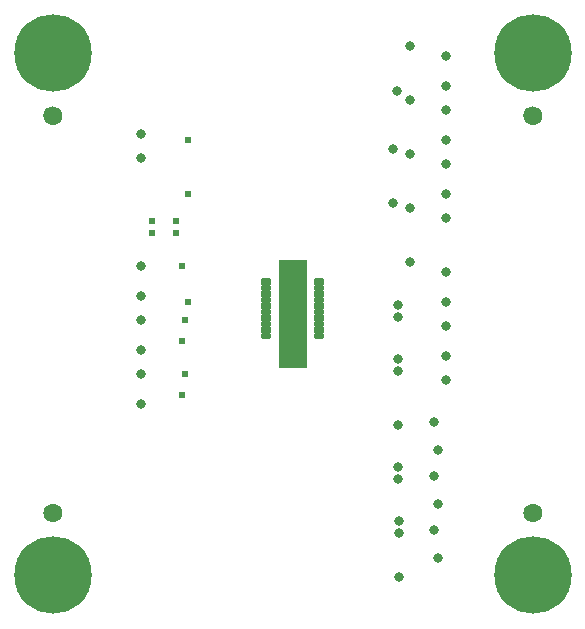
<source format=gts>
G04*
G04 #@! TF.GenerationSoftware,Altium Limited,Altium Designer,21.6.4 (81)*
G04*
G04 Layer_Color=8388736*
%FSLAX25Y25*%
%MOIN*%
G70*
G04*
G04 #@! TF.SameCoordinates,90030F59-7507-437C-A338-71E6985DC830*
G04*
G04*
G04 #@! TF.FilePolarity,Negative*
G04*
G01*
G75*
%ADD10C,0.00000*%
G04:AMPARAMS|DCode=11|XSize=32mil|YSize=12mil|CornerRadius=5mil|HoleSize=0mil|Usage=FLASHONLY|Rotation=0.000|XOffset=0mil|YOffset=0mil|HoleType=Round|Shape=RoundedRectangle|*
%AMROUNDEDRECTD11*
21,1,0.03200,0.00200,0,0,0.0*
21,1,0.02200,0.01200,0,0,0.0*
1,1,0.01000,0.01100,-0.00100*
1,1,0.01000,-0.01100,-0.00100*
1,1,0.01000,-0.01100,0.00100*
1,1,0.01000,0.01100,0.00100*
%
%ADD11ROUNDEDRECTD11*%
%ADD12R,0.09461X0.35958*%
%ADD13C,0.06312*%
%ADD14C,0.03200*%
%ADD15C,0.02400*%
%ADD16C,0.25800*%
D10*
X282957Y266252D02*
G03*
X282957Y266252I-2957J0D01*
G01*
Y133748D02*
G03*
X282957Y133748I-2957J0D01*
G01*
X122957D02*
G03*
X122957Y133748I-2957J0D01*
G01*
Y266252D02*
G03*
X122957Y266252I-2957J0D01*
G01*
D11*
X191200Y206800D02*
D03*
Y208400D02*
D03*
Y192400D02*
D03*
Y197200D02*
D03*
Y202800D02*
D03*
Y203600D02*
D03*
Y204400D02*
D03*
Y205200D02*
D03*
Y206000D02*
D03*
Y207600D02*
D03*
Y209200D02*
D03*
Y210000D02*
D03*
Y210800D02*
D03*
Y193200D02*
D03*
Y194000D02*
D03*
Y194800D02*
D03*
Y195600D02*
D03*
Y196400D02*
D03*
Y198000D02*
D03*
Y199600D02*
D03*
Y200400D02*
D03*
Y201200D02*
D03*
Y198800D02*
D03*
Y202000D02*
D03*
X208800Y205200D02*
D03*
Y202800D02*
D03*
Y203600D02*
D03*
Y204400D02*
D03*
Y206000D02*
D03*
Y206800D02*
D03*
Y208400D02*
D03*
Y209200D02*
D03*
Y210000D02*
D03*
Y210800D02*
D03*
Y211600D02*
D03*
Y192400D02*
D03*
Y193200D02*
D03*
Y194000D02*
D03*
Y194800D02*
D03*
Y195600D02*
D03*
Y196400D02*
D03*
Y197200D02*
D03*
Y199600D02*
D03*
Y200400D02*
D03*
Y201200D02*
D03*
Y198800D02*
D03*
Y202000D02*
D03*
Y198000D02*
D03*
Y207600D02*
D03*
X191200Y211600D02*
D03*
D12*
X200000Y200000D02*
D03*
D13*
X280000Y266252D02*
D03*
Y133748D02*
D03*
X120000D02*
D03*
Y266252D02*
D03*
D14*
X247000Y164000D02*
D03*
Y128000D02*
D03*
X248406Y136856D02*
D03*
X247000Y146000D02*
D03*
X251000Y232000D02*
D03*
Y178000D02*
D03*
Y185961D02*
D03*
Y196000D02*
D03*
Y203961D02*
D03*
Y214000D02*
D03*
Y239961D02*
D03*
Y250000D02*
D03*
Y257961D02*
D03*
X251020Y267980D02*
D03*
X248406Y154856D02*
D03*
Y118856D02*
D03*
X251000Y275961D02*
D03*
Y286000D02*
D03*
X149510Y259970D02*
D03*
Y252010D02*
D03*
Y169971D02*
D03*
Y180010D02*
D03*
Y187970D02*
D03*
Y198010D02*
D03*
Y205971D02*
D03*
X149500Y216000D02*
D03*
X235000Y203000D02*
D03*
X239000Y217500D02*
D03*
X235000Y185000D02*
D03*
Y149000D02*
D03*
Y145000D02*
D03*
X235500Y112500D02*
D03*
Y131000D02*
D03*
Y127000D02*
D03*
X233500Y237000D02*
D03*
X239000Y235500D02*
D03*
X234682Y274400D02*
D03*
X233500Y255000D02*
D03*
X239000Y253500D02*
D03*
Y271500D02*
D03*
Y289500D02*
D03*
X235000Y181000D02*
D03*
Y199000D02*
D03*
Y163000D02*
D03*
D15*
X165000Y258000D02*
D03*
X163004Y191032D02*
D03*
Y173031D02*
D03*
X163000Y216000D02*
D03*
X153000Y227000D02*
D03*
Y231000D02*
D03*
X165000Y204000D02*
D03*
X164000Y180000D02*
D03*
X161000Y231000D02*
D03*
Y227000D02*
D03*
X165000Y240000D02*
D03*
X164000Y198000D02*
D03*
D16*
X280000Y287000D02*
D03*
X120000Y113000D02*
D03*
Y287000D02*
D03*
X280000Y113000D02*
D03*
M02*

</source>
